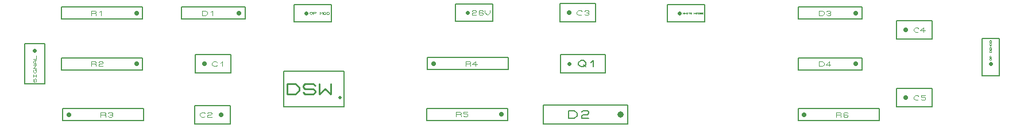
<source format=gbr>
G04 PROTEUS GERBER X2 FILE*
%TF.GenerationSoftware,Labcenter,Proteus,8.11-SP0-Build30052*%
%TF.CreationDate,2022-05-23T09:32:02+00:00*%
%TF.FileFunction,AssemblyDrawing,Top*%
%TF.FilePolarity,Positive*%
%TF.Part,Single*%
%TF.SameCoordinates,{dbbd143d-ed61-4da2-b447-6c1ffff0ded6}*%
%FSLAX45Y45*%
%MOMM*%
G01*
%TA.AperFunction,Material*%
%ADD19C,0.152400*%
%ADD26C,0.558800*%
%ADD27C,0.075760*%
%ADD70C,0.203200*%
%ADD28C,0.711200*%
%ADD29C,0.110230*%
%ADD72C,0.111760*%
%ADD73C,0.055610*%
%ADD18C,0.508000*%
%ADD30C,0.259920*%
%ADD31C,0.111220*%
%ADD32C,0.609600*%
%ADD33C,0.160020*%
%ADD34C,0.914400*%
%ADD35C,0.186690*%
%ADD36C,0.030330*%
%ADD37C,0.041710*%
%TD.AperFunction*%
D19*
X-9644780Y+7954750D02*
X-9355220Y+7954750D01*
X-9355220Y+8545250D01*
X-9644780Y+8545250D01*
X-9644780Y+7954750D01*
X-9355220Y+7954750D01*
X-9355220Y+8545250D01*
X-9644780Y+8545250D01*
X-9644780Y+7954750D01*
D26*
X-9500000Y+8450000D02*
X-9500000Y+8450000D01*
D27*
X-9484846Y+7980022D02*
X-9477269Y+7988545D01*
X-9477269Y+8022641D01*
X-9484846Y+8031165D01*
X-9492423Y+8031165D01*
X-9500000Y+8022641D01*
X-9500000Y+7988545D01*
X-9507576Y+7980022D01*
X-9515153Y+7980022D01*
X-9522730Y+7988545D01*
X-9522730Y+8022641D01*
X-9515153Y+8031165D01*
X-9522730Y+8056736D02*
X-9522730Y+8090832D01*
X-9522730Y+8073784D02*
X-9477269Y+8073784D01*
X-9477269Y+8056736D02*
X-9477269Y+8090832D01*
X-9492423Y+8150499D02*
X-9492423Y+8167547D01*
X-9477269Y+8167547D01*
X-9477269Y+8133451D01*
X-9492423Y+8116404D01*
X-9507576Y+8116404D01*
X-9522730Y+8133451D01*
X-9522730Y+8159023D01*
X-9515153Y+8167547D01*
X-9477269Y+8184595D02*
X-9522730Y+8184595D01*
X-9477269Y+8235738D01*
X-9522730Y+8235738D01*
X-9477269Y+8252786D02*
X-9507576Y+8252786D01*
X-9522730Y+8269833D01*
X-9522730Y+8286881D01*
X-9507576Y+8303929D01*
X-9477269Y+8303929D01*
X-9492423Y+8252786D02*
X-9492423Y+8303929D01*
X-9522730Y+8320977D02*
X-9477269Y+8320977D01*
X-9477269Y+8372120D01*
D70*
X-7338900Y+8911100D02*
X-6399100Y+8911100D01*
X-6399100Y+9088900D01*
X-7338900Y+9088900D01*
X-7338900Y+8911100D01*
D28*
X-6488000Y+9000000D02*
X-6488000Y+9000000D01*
D29*
X-7030442Y+8966929D02*
X-7030442Y+9033070D01*
X-6980836Y+9033070D01*
X-6956033Y+9011023D01*
X-6956033Y+8988976D01*
X-6980836Y+8966929D01*
X-7030442Y+8966929D01*
X-6906427Y+9011023D02*
X-6881624Y+9033070D01*
X-6881624Y+8966929D01*
D70*
X-7137160Y+8112840D02*
X-6608840Y+8112840D01*
X-6608840Y+8387160D01*
X-7137160Y+8387160D01*
X-7137160Y+8112840D01*
D28*
X-7000000Y+8250000D02*
X-7000000Y+8250000D01*
D72*
X-6811786Y+8227648D02*
X-6824359Y+8216472D01*
X-6862078Y+8216472D01*
X-6887224Y+8238824D01*
X-6887224Y+8261176D01*
X-6862078Y+8283528D01*
X-6824359Y+8283528D01*
X-6811786Y+8272352D01*
X-6761494Y+8261176D02*
X-6736348Y+8283528D01*
X-6736348Y+8216472D01*
D70*
X-9104900Y+8911100D02*
X-7911100Y+8911100D01*
X-7911100Y+9088900D01*
X-9104900Y+9088900D01*
X-9104900Y+8911100D01*
D28*
X-8000000Y+9000000D02*
X-8000000Y+9000000D01*
D29*
X-8669442Y+8966929D02*
X-8669442Y+9033070D01*
X-8607435Y+9033070D01*
X-8595033Y+9022047D01*
X-8595033Y+9011023D01*
X-8607435Y+9000000D01*
X-8669442Y+9000000D01*
X-8607435Y+9000000D02*
X-8595033Y+8988976D01*
X-8595033Y+8966929D01*
X-8545427Y+9011023D02*
X-8520624Y+9033070D01*
X-8520624Y+8966929D01*
D70*
X-9104900Y+8161100D02*
X-7911100Y+8161100D01*
X-7911100Y+8338900D01*
X-9104900Y+8338900D01*
X-9104900Y+8161100D01*
D28*
X-8000000Y+8250000D02*
X-8000000Y+8250000D01*
D29*
X-8669442Y+8216929D02*
X-8669442Y+8283070D01*
X-8607435Y+8283070D01*
X-8595033Y+8272047D01*
X-8595033Y+8261023D01*
X-8607435Y+8250000D01*
X-8669442Y+8250000D01*
X-8607435Y+8250000D02*
X-8595033Y+8238976D01*
X-8595033Y+8216929D01*
X-8557829Y+8272047D02*
X-8545427Y+8283070D01*
X-8508223Y+8283070D01*
X-8495821Y+8272047D01*
X-8495821Y+8261023D01*
X-8508223Y+8250000D01*
X-8545427Y+8250000D01*
X-8557829Y+8238976D01*
X-8557829Y+8216929D01*
X-8495821Y+8216929D01*
D70*
X-9088900Y+7411100D02*
X-7895100Y+7411100D01*
X-7895100Y+7588900D01*
X-9088900Y+7588900D01*
X-9088900Y+7411100D01*
D28*
X-9000000Y+7500000D02*
X-9000000Y+7500000D01*
D29*
X-8528982Y+7466929D02*
X-8528982Y+7533070D01*
X-8466975Y+7533070D01*
X-8454573Y+7522047D01*
X-8454573Y+7511023D01*
X-8466975Y+7500000D01*
X-8528982Y+7500000D01*
X-8466975Y+7500000D02*
X-8454573Y+7488976D01*
X-8454573Y+7466929D01*
X-8417369Y+7522047D02*
X-8404967Y+7533070D01*
X-8367763Y+7533070D01*
X-8355361Y+7522047D01*
X-8355361Y+7511023D01*
X-8367763Y+7500000D01*
X-8355361Y+7488976D01*
X-8355361Y+7477952D01*
X-8367763Y+7466929D01*
X-8404967Y+7466929D01*
X-8417369Y+7477952D01*
X-8392566Y+7500000D02*
X-8367763Y+7500000D01*
D70*
X-7145160Y+7362840D02*
X-6616840Y+7362840D01*
X-6616840Y+7637160D01*
X-7145160Y+7637160D01*
X-7145160Y+7362840D01*
D28*
X-6754000Y+7500000D02*
X-6754000Y+7500000D01*
D72*
X-6992506Y+7477648D02*
X-7005079Y+7466472D01*
X-7042798Y+7466472D01*
X-7067944Y+7488824D01*
X-7067944Y+7511176D01*
X-7042798Y+7533528D01*
X-7005079Y+7533528D01*
X-6992506Y+7522352D01*
X-6954787Y+7522352D02*
X-6942214Y+7533528D01*
X-6904495Y+7533528D01*
X-6891922Y+7522352D01*
X-6891922Y+7511176D01*
X-6904495Y+7500000D01*
X-6942214Y+7500000D01*
X-6954787Y+7488824D01*
X-6954787Y+7466472D01*
X-6891922Y+7466472D01*
D19*
X-5674320Y+9125400D02*
X-5674320Y+8873940D01*
X-5125680Y+8873940D01*
X-5125680Y+9125400D01*
X-5674320Y+9125400D01*
X-5674320Y+8873940D01*
X-5125680Y+8873940D01*
X-5125680Y+9125400D01*
X-5674320Y+9125400D01*
D26*
X-5500000Y+9000000D02*
X-5500000Y+9000000D01*
D73*
X-5445213Y+9005231D02*
X-5432701Y+9016354D01*
X-5420188Y+9016354D01*
X-5407675Y+9005231D01*
X-5407675Y+8994109D01*
X-5420188Y+8982986D01*
X-5432701Y+8982986D01*
X-5445213Y+8994109D01*
X-5445213Y+9005231D01*
X-5395162Y+8982986D02*
X-5395162Y+9016354D01*
X-5363881Y+9016354D01*
X-5357624Y+9010793D01*
X-5357624Y+9005231D01*
X-5363881Y+8999670D01*
X-5395162Y+8999670D01*
X-5295060Y+8982986D02*
X-5295060Y+9016354D01*
X-5276291Y+8999670D01*
X-5257522Y+9016354D01*
X-5257522Y+8982986D01*
X-5245009Y+9005231D02*
X-5232497Y+9016354D01*
X-5219984Y+9016354D01*
X-5207471Y+9005231D01*
X-5207471Y+8994109D01*
X-5219984Y+8982986D01*
X-5232497Y+8982986D01*
X-5245009Y+8994109D01*
X-5245009Y+9005231D01*
X-5194958Y+8982986D02*
X-5194958Y+9016354D01*
X-5169933Y+9016354D01*
X-5157420Y+9005231D01*
X-5157420Y+8994109D01*
X-5169933Y+8982986D01*
X-5194958Y+8982986D01*
D70*
X-5825500Y+7612840D02*
X-4936500Y+7612840D01*
X-4936500Y+8141160D01*
X-5825500Y+8141160D01*
X-5825500Y+7612840D01*
D18*
X-5000000Y+7750000D02*
X-5000000Y+7750000D01*
D30*
X-5776349Y+7799022D02*
X-5776349Y+7954977D01*
X-5659383Y+7954977D01*
X-5600900Y+7902992D01*
X-5600900Y+7851007D01*
X-5659383Y+7799022D01*
X-5776349Y+7799022D01*
X-5542416Y+7825014D02*
X-5513175Y+7799022D01*
X-5396208Y+7799022D01*
X-5366967Y+7825014D01*
X-5366967Y+7851007D01*
X-5396208Y+7877000D01*
X-5513175Y+7877000D01*
X-5542416Y+7902992D01*
X-5542416Y+7928985D01*
X-5513175Y+7954977D01*
X-5396208Y+7954977D01*
X-5366967Y+7928985D01*
X-5308483Y+7954977D02*
X-5308483Y+7799022D01*
X-5220759Y+7877000D01*
X-5133034Y+7799022D01*
X-5133034Y+7954977D01*
D19*
X-3294649Y+9129123D02*
X-3294649Y+8877663D01*
X-2746009Y+8877663D01*
X-2746009Y+9129123D01*
X-3294649Y+9129123D01*
X-3294649Y+8877663D01*
X-2746009Y+8877663D01*
X-2746009Y+9129123D01*
X-3294649Y+9129123D01*
D26*
X-3120329Y+9003723D02*
X-3120329Y+9003723D01*
D31*
X-3053031Y+9025638D02*
X-3040518Y+9036760D01*
X-3002979Y+9036760D01*
X-2990466Y+9025638D01*
X-2990466Y+9014515D01*
X-3002979Y+9003393D01*
X-3040518Y+9003393D01*
X-3053031Y+8992270D01*
X-3053031Y+8970025D01*
X-2990466Y+8970025D01*
X-2890363Y+9025638D02*
X-2902876Y+9036760D01*
X-2940415Y+9036760D01*
X-2952928Y+9025638D01*
X-2952928Y+8981147D01*
X-2940415Y+8970025D01*
X-2902876Y+8970025D01*
X-2890363Y+8981147D01*
X-2890363Y+8992270D01*
X-2902876Y+9003393D01*
X-2952928Y+9003393D01*
X-2865337Y+9036760D02*
X-2865337Y+9003393D01*
X-2827799Y+8970025D01*
X-2790260Y+9003393D01*
X-2790260Y+9036760D01*
D70*
X-3709229Y+8164823D02*
X-2515429Y+8164823D01*
X-2515429Y+8342623D01*
X-3709229Y+8342623D01*
X-3709229Y+8164823D01*
D28*
X-3620329Y+8253723D02*
X-3620329Y+8253723D01*
D29*
X-3149311Y+8220652D02*
X-3149311Y+8286793D01*
X-3087304Y+8286793D01*
X-3074902Y+8275770D01*
X-3074902Y+8264746D01*
X-3087304Y+8253723D01*
X-3149311Y+8253723D01*
X-3087304Y+8253723D02*
X-3074902Y+8242699D01*
X-3074902Y+8220652D01*
X-2975690Y+8242699D02*
X-3050099Y+8242699D01*
X-3000493Y+8286793D01*
X-3000493Y+8220652D01*
D70*
X-3725229Y+7414823D02*
X-2531429Y+7414823D01*
X-2531429Y+7592623D01*
X-3725229Y+7592623D01*
X-3725229Y+7414823D01*
D28*
X-2620329Y+7503723D02*
X-2620329Y+7503723D01*
D29*
X-3289771Y+7470652D02*
X-3289771Y+7536793D01*
X-3227764Y+7536793D01*
X-3215362Y+7525770D01*
X-3215362Y+7514746D01*
X-3227764Y+7503723D01*
X-3289771Y+7503723D01*
X-3227764Y+7503723D02*
X-3215362Y+7492699D01*
X-3215362Y+7470652D01*
X-3116150Y+7536793D02*
X-3178158Y+7536793D01*
X-3178158Y+7514746D01*
X-3128552Y+7514746D01*
X-3116150Y+7503723D01*
X-3116150Y+7481675D01*
X-3128552Y+7470652D01*
X-3165756Y+7470652D01*
X-3178158Y+7481675D01*
D70*
X-1757489Y+8866563D02*
X-1229169Y+8866563D01*
X-1229169Y+9140883D01*
X-1757489Y+9140883D01*
X-1757489Y+8866563D01*
D28*
X-1620329Y+9003723D02*
X-1620329Y+9003723D01*
D72*
X-1432115Y+8981371D02*
X-1444688Y+8970195D01*
X-1482407Y+8970195D01*
X-1507553Y+8992547D01*
X-1507553Y+9014899D01*
X-1482407Y+9037251D01*
X-1444688Y+9037251D01*
X-1432115Y+9026075D01*
X-1394396Y+9026075D02*
X-1381823Y+9037251D01*
X-1344104Y+9037251D01*
X-1331531Y+9026075D01*
X-1331531Y+9014899D01*
X-1344104Y+9003723D01*
X-1331531Y+8992547D01*
X-1331531Y+8981371D01*
X-1344104Y+8970195D01*
X-1381823Y+8970195D01*
X-1394396Y+8981371D01*
X-1369250Y+9003723D02*
X-1344104Y+9003723D01*
D70*
X-1744789Y+8116563D02*
X-1089469Y+8116563D01*
X-1089469Y+8390883D01*
X-1744789Y+8390883D01*
X-1744789Y+8116563D01*
D32*
X-1620329Y+8253723D02*
X-1620329Y+8253723D01*
D33*
X-1483677Y+8269725D02*
X-1447673Y+8301729D01*
X-1411668Y+8301729D01*
X-1375664Y+8269725D01*
X-1375664Y+8237721D01*
X-1411668Y+8205717D01*
X-1447673Y+8205717D01*
X-1483677Y+8237721D01*
X-1483677Y+8269725D01*
X-1411668Y+8237721D02*
X-1375664Y+8205717D01*
X-1303655Y+8269725D02*
X-1267650Y+8301729D01*
X-1267650Y+8205717D01*
D70*
X-2000629Y+7358943D02*
X-756029Y+7358943D01*
X-756029Y+7645963D01*
X-2000629Y+7645963D01*
X-2000629Y+7358943D01*
D34*
X-870329Y+7503723D02*
X-870329Y+7503723D01*
D35*
X-1626360Y+7446446D02*
X-1626360Y+7558460D01*
X-1542350Y+7558460D01*
X-1500345Y+7521122D01*
X-1500345Y+7483784D01*
X-1542350Y+7446446D01*
X-1626360Y+7446446D01*
X-1437337Y+7539791D02*
X-1416334Y+7558460D01*
X-1353326Y+7558460D01*
X-1332324Y+7539791D01*
X-1332324Y+7521122D01*
X-1353326Y+7502453D01*
X-1416334Y+7502453D01*
X-1437337Y+7483784D01*
X-1437337Y+7446446D01*
X-1332324Y+7446446D01*
D19*
X-174320Y+9125400D02*
X-174320Y+8873940D01*
X+374320Y+8873940D01*
X+374320Y+9125400D01*
X-174320Y+9125400D01*
X-174320Y+8873940D01*
X+374320Y+8873940D01*
X+374320Y+9125400D01*
X-174320Y+9125400D01*
D26*
X+0Y+9000000D02*
X+0Y+9000000D01*
D36*
X+54790Y+9008770D02*
X+54790Y+8990569D01*
X+65027Y+8999670D01*
X+75265Y+8990569D01*
X+75265Y+9008770D01*
X+82090Y+8990569D02*
X+82090Y+9008770D01*
X+102565Y+9008770D02*
X+102565Y+8990569D01*
X+82090Y+8999670D02*
X+102565Y+8999670D01*
X+112802Y+9008770D02*
X+126452Y+9008770D01*
X+119627Y+9008770D02*
X+119627Y+8990569D01*
X+112802Y+8990569D02*
X+126452Y+8990569D01*
X+136690Y+9008770D02*
X+157165Y+9008770D01*
X+146927Y+9008770D02*
X+146927Y+8990569D01*
X+184465Y+8990569D02*
X+163990Y+8990569D01*
X+163990Y+9008770D01*
X+184465Y+9008770D01*
X+163990Y+8999670D02*
X+177640Y+8999670D01*
X+218590Y+8990569D02*
X+218590Y+9008770D01*
X+239065Y+8990569D01*
X+239065Y+9008770D01*
X+245890Y+9002703D02*
X+252715Y+9008770D01*
X+259540Y+9008770D01*
X+266365Y+9002703D01*
X+266365Y+8996636D01*
X+259540Y+8990569D01*
X+252715Y+8990569D01*
X+245890Y+8996636D01*
X+245890Y+9002703D01*
X+276602Y+9008770D02*
X+290252Y+9008770D01*
X+283427Y+9008770D02*
X+283427Y+8990569D01*
X+276602Y+8990569D02*
X+290252Y+8990569D01*
X+300490Y+8993603D02*
X+303902Y+8990569D01*
X+317552Y+8990569D01*
X+320965Y+8993603D01*
X+320965Y+8996636D01*
X+317552Y+8999670D01*
X+303902Y+8999670D01*
X+300490Y+9002703D01*
X+300490Y+9005736D01*
X+303902Y+9008770D01*
X+317552Y+9008770D01*
X+320965Y+9005736D01*
X+348265Y+8990569D02*
X+327790Y+8990569D01*
X+327790Y+9008770D01*
X+348265Y+9008770D01*
X+327790Y+8999670D02*
X+341440Y+8999670D01*
D70*
X+1752954Y+8911100D02*
X+2692754Y+8911100D01*
X+2692754Y+9088900D01*
X+1752954Y+9088900D01*
X+1752954Y+8911100D01*
D28*
X+2603854Y+9000000D02*
X+2603854Y+9000000D01*
D29*
X+2061412Y+8966929D02*
X+2061412Y+9033070D01*
X+2111018Y+9033070D01*
X+2135821Y+9011023D01*
X+2135821Y+8988976D01*
X+2111018Y+8966929D01*
X+2061412Y+8966929D01*
X+2173025Y+9022047D02*
X+2185427Y+9033070D01*
X+2222631Y+9033070D01*
X+2235033Y+9022047D01*
X+2235033Y+9011023D01*
X+2222631Y+9000000D01*
X+2235033Y+8988976D01*
X+2235033Y+8977952D01*
X+2222631Y+8966929D01*
X+2185427Y+8966929D01*
X+2173025Y+8977952D01*
X+2197828Y+9000000D02*
X+2222631Y+9000000D01*
D70*
X+1752954Y+8161100D02*
X+2692754Y+8161100D01*
X+2692754Y+8338900D01*
X+1752954Y+8338900D01*
X+1752954Y+8161100D01*
D28*
X+2603854Y+8250000D02*
X+2603854Y+8250000D01*
D29*
X+2061412Y+8216929D02*
X+2061412Y+8283070D01*
X+2111018Y+8283070D01*
X+2135821Y+8261023D01*
X+2135821Y+8238976D01*
X+2111018Y+8216929D01*
X+2061412Y+8216929D01*
X+2235033Y+8238976D02*
X+2160624Y+8238976D01*
X+2210230Y+8283070D01*
X+2210230Y+8216929D01*
D70*
X+1752954Y+7411100D02*
X+2946754Y+7411100D01*
X+2946754Y+7588900D01*
X+1752954Y+7588900D01*
X+1752954Y+7411100D01*
D28*
X+1841854Y+7500000D02*
X+1841854Y+7500000D01*
D29*
X+2312872Y+7466929D02*
X+2312872Y+7533070D01*
X+2374879Y+7533070D01*
X+2387281Y+7522047D01*
X+2387281Y+7511023D01*
X+2374879Y+7500000D01*
X+2312872Y+7500000D01*
X+2374879Y+7500000D02*
X+2387281Y+7488976D01*
X+2387281Y+7466929D01*
X+2486493Y+7522047D02*
X+2474091Y+7533070D01*
X+2436887Y+7533070D01*
X+2424485Y+7522047D01*
X+2424485Y+7477952D01*
X+2436887Y+7466929D01*
X+2474091Y+7466929D01*
X+2486493Y+7477952D01*
X+2486493Y+7488976D01*
X+2474091Y+7500000D01*
X+2424485Y+7500000D01*
D70*
X+3204694Y+8612840D02*
X+3733014Y+8612840D01*
X+3733014Y+8887160D01*
X+3204694Y+8887160D01*
X+3204694Y+8612840D01*
D28*
X+3341854Y+8750000D02*
X+3341854Y+8750000D01*
D72*
X+3530068Y+8727648D02*
X+3517495Y+8716472D01*
X+3479776Y+8716472D01*
X+3454630Y+8738824D01*
X+3454630Y+8761176D01*
X+3479776Y+8783528D01*
X+3517495Y+8783528D01*
X+3530068Y+8772352D01*
X+3630652Y+8738824D02*
X+3555214Y+8738824D01*
X+3605506Y+8783528D01*
X+3605506Y+8716472D01*
D70*
X+3204694Y+7612840D02*
X+3733014Y+7612840D01*
X+3733014Y+7887160D01*
X+3204694Y+7887160D01*
X+3204694Y+7612840D01*
D28*
X+3341854Y+7750000D02*
X+3341854Y+7750000D01*
D72*
X+3530068Y+7727648D02*
X+3517495Y+7716472D01*
X+3479776Y+7716472D01*
X+3454630Y+7738824D01*
X+3454630Y+7761176D01*
X+3479776Y+7783528D01*
X+3517495Y+7783528D01*
X+3530068Y+7772352D01*
X+3630652Y+7783528D02*
X+3567787Y+7783528D01*
X+3567787Y+7761176D01*
X+3618079Y+7761176D01*
X+3630652Y+7750000D01*
X+3630652Y+7727648D01*
X+3618079Y+7716472D01*
X+3580360Y+7716472D01*
X+3567787Y+7727648D01*
D19*
X+4466454Y+8075680D02*
X+4717914Y+8075680D01*
X+4717914Y+8624320D01*
X+4466454Y+8624320D01*
X+4466454Y+8075680D01*
X+4717914Y+8075680D01*
X+4717914Y+8624320D01*
X+4466454Y+8624320D01*
X+4466454Y+8075680D01*
D26*
X+4591854Y+8250000D02*
X+4591854Y+8250000D01*
D37*
X+4588013Y+8304784D02*
X+4579671Y+8314168D01*
X+4579671Y+8323553D01*
X+4588013Y+8332938D01*
X+4596355Y+8332938D01*
X+4604697Y+8323553D01*
X+4604697Y+8314168D01*
X+4596355Y+8304784D01*
X+4588013Y+8304784D01*
X+4604697Y+8342323D02*
X+4579671Y+8342323D01*
X+4579671Y+8365784D01*
X+4583842Y+8370477D01*
X+4588013Y+8370477D01*
X+4592184Y+8365784D01*
X+4592184Y+8342323D01*
X+4604697Y+8417401D02*
X+4579671Y+8417401D01*
X+4579671Y+8436170D01*
X+4588013Y+8445555D01*
X+4596355Y+8445555D01*
X+4604697Y+8436170D01*
X+4604697Y+8417401D01*
X+4604697Y+8483094D02*
X+4604697Y+8454940D01*
X+4579671Y+8454940D01*
X+4579671Y+8483094D01*
X+4592184Y+8454940D02*
X+4592184Y+8473709D01*
X+4604697Y+8492479D02*
X+4579671Y+8492479D01*
X+4592184Y+8506556D01*
X+4579671Y+8520633D01*
X+4604697Y+8520633D01*
X+4588013Y+8530018D02*
X+4579671Y+8539402D01*
X+4579671Y+8548787D01*
X+4588013Y+8558172D01*
X+4596355Y+8558172D01*
X+4604697Y+8548787D01*
X+4604697Y+8539402D01*
X+4596355Y+8530018D01*
X+4588013Y+8530018D01*
X+4604697Y+8567557D02*
X+4579671Y+8567557D01*
X+4579671Y+8586326D01*
X+4588013Y+8595711D01*
X+4596355Y+8595711D01*
X+4604697Y+8586326D01*
X+4604697Y+8567557D01*
M02*

</source>
